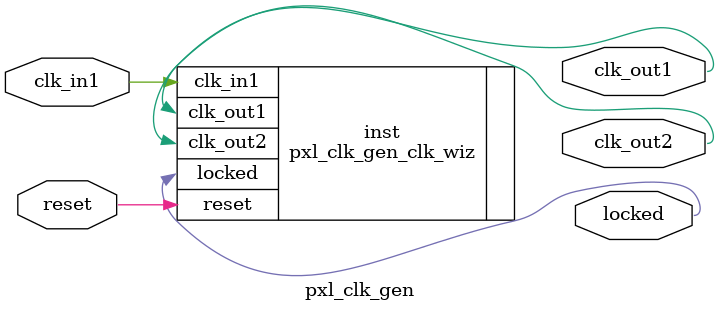
<source format=v>


`timescale 1ps/1ps

(* CORE_GENERATION_INFO = "pxl_clk_gen,clk_wiz_v6_0_4_0_0,{component_name=pxl_clk_gen,use_phase_alignment=true,use_min_o_jitter=false,use_max_i_jitter=false,use_dyn_phase_shift=false,use_inclk_switchover=false,use_dyn_reconfig=false,enable_axi=0,feedback_source=FDBK_AUTO,PRIMITIVE=PLL,num_out_clk=2,clkin1_period=8.000,clkin2_period=10.000,use_power_down=false,use_reset=true,use_locked=true,use_inclk_stopped=false,feedback_type=SINGLE,CLOCK_MGR_TYPE=NA,manual_override=false}" *)

module pxl_clk_gen 
 (
  // Clock out ports
  output        clk_out1,
  output        clk_out2,
  // Status and control signals
  input         reset,
  output        locked,
 // Clock in ports
  input         clk_in1
 );

  pxl_clk_gen_clk_wiz inst
  (
  // Clock out ports  
  .clk_out1(clk_out1),
  .clk_out2(clk_out2),
  // Status and control signals               
  .reset(reset), 
  .locked(locked),
 // Clock in ports
  .clk_in1(clk_in1)
  );

endmodule

</source>
